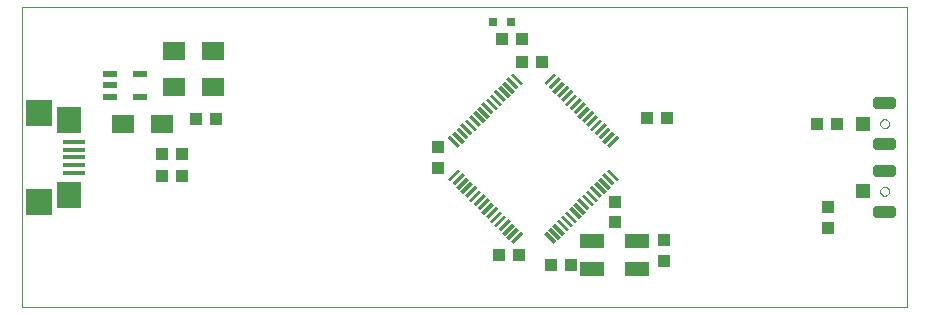
<source format=gtp>
G75*
%MOIN*%
%OFA0B0*%
%FSLAX24Y24*%
%IPPOS*%
%LPD*%
%AMOC8*
5,1,8,0,0,1.08239X$1,22.5*
%
%ADD10C,0.0000*%
%ADD11R,0.0748X0.0138*%
%ADD12R,0.0900X0.0900*%
%ADD13R,0.0787X0.0906*%
%ADD14R,0.0433X0.0394*%
%ADD15R,0.0748X0.0630*%
%ADD16R,0.0394X0.0433*%
%ADD17R,0.0472X0.0217*%
%ADD18C,0.0197*%
%ADD19R,0.0512X0.0472*%
%ADD20R,0.0787X0.0472*%
%ADD21R,0.0315X0.0315*%
%ADD22R,0.0472X0.0118*%
D10*
X001680Y001485D02*
X001680Y011485D01*
X031180Y011485D01*
X031180Y001485D01*
X001680Y001485D01*
X030280Y005360D02*
X030282Y005384D01*
X030288Y005408D01*
X030297Y005430D01*
X030310Y005450D01*
X030326Y005468D01*
X030345Y005483D01*
X030366Y005496D01*
X030388Y005504D01*
X030412Y005509D01*
X030436Y005510D01*
X030460Y005507D01*
X030483Y005500D01*
X030505Y005490D01*
X030525Y005476D01*
X030542Y005459D01*
X030557Y005440D01*
X030568Y005419D01*
X030576Y005396D01*
X030580Y005372D01*
X030580Y005348D01*
X030576Y005324D01*
X030568Y005301D01*
X030557Y005280D01*
X030542Y005261D01*
X030525Y005244D01*
X030505Y005230D01*
X030483Y005220D01*
X030460Y005213D01*
X030436Y005210D01*
X030412Y005211D01*
X030388Y005216D01*
X030366Y005224D01*
X030345Y005237D01*
X030326Y005252D01*
X030310Y005270D01*
X030297Y005290D01*
X030288Y005312D01*
X030282Y005336D01*
X030280Y005360D01*
X030280Y007610D02*
X030282Y007634D01*
X030288Y007658D01*
X030297Y007680D01*
X030310Y007700D01*
X030326Y007718D01*
X030345Y007733D01*
X030366Y007746D01*
X030388Y007754D01*
X030412Y007759D01*
X030436Y007760D01*
X030460Y007757D01*
X030483Y007750D01*
X030505Y007740D01*
X030525Y007726D01*
X030542Y007709D01*
X030557Y007690D01*
X030568Y007669D01*
X030576Y007646D01*
X030580Y007622D01*
X030580Y007598D01*
X030576Y007574D01*
X030568Y007551D01*
X030557Y007530D01*
X030542Y007511D01*
X030525Y007494D01*
X030505Y007480D01*
X030483Y007470D01*
X030460Y007463D01*
X030436Y007460D01*
X030412Y007461D01*
X030388Y007466D01*
X030366Y007474D01*
X030345Y007487D01*
X030326Y007502D01*
X030310Y007520D01*
X030297Y007540D01*
X030288Y007562D01*
X030282Y007586D01*
X030280Y007610D01*
D11*
X003397Y006997D03*
X003397Y006741D03*
X003397Y006485D03*
X003397Y006229D03*
X003397Y005973D03*
D12*
X002255Y005014D03*
X002255Y007957D03*
D13*
X003239Y007725D03*
X003239Y005245D03*
D14*
X006345Y005860D03*
X007015Y005860D03*
X007015Y006610D03*
X006345Y006610D03*
X007470Y007760D03*
X008140Y007760D03*
X017670Y010423D03*
X018340Y010423D03*
X018345Y009673D03*
X019015Y009673D03*
X022496Y007816D03*
X023165Y007816D03*
X028170Y007610D03*
X028840Y007610D03*
X019965Y002885D03*
X019295Y002885D03*
X018240Y003235D03*
X017570Y003235D03*
D15*
X006330Y007610D03*
X005030Y007610D03*
X006730Y008835D03*
X008030Y008835D03*
X008030Y010035D03*
X006730Y010035D03*
D16*
X015555Y006820D03*
X015555Y006151D03*
X021430Y004995D03*
X021430Y004326D03*
X023080Y003720D03*
X023080Y003051D03*
X028555Y004151D03*
X028555Y004820D03*
D17*
X005617Y008511D03*
X004593Y008511D03*
X004593Y008885D03*
X004593Y009259D03*
X005617Y009259D03*
D18*
X030154Y008398D02*
X030706Y008398D01*
X030706Y008200D01*
X030154Y008200D01*
X030154Y008398D01*
X030154Y008396D02*
X030706Y008396D01*
X030706Y007020D02*
X030154Y007020D01*
X030706Y007020D02*
X030706Y006822D01*
X030154Y006822D01*
X030154Y007020D01*
X030154Y007018D02*
X030706Y007018D01*
X030706Y006148D02*
X030154Y006148D01*
X030706Y006148D02*
X030706Y005950D01*
X030154Y005950D01*
X030154Y006148D01*
X030154Y006146D02*
X030706Y006146D01*
X030706Y004770D02*
X030154Y004770D01*
X030706Y004770D02*
X030706Y004572D01*
X030154Y004572D01*
X030154Y004770D01*
X030154Y004768D02*
X030706Y004768D01*
D19*
X029702Y005360D03*
X029702Y007610D03*
D20*
X022178Y003708D03*
X020682Y003708D03*
X020682Y002763D03*
X022178Y002763D03*
D21*
X017975Y010985D03*
X017385Y010985D03*
D22*
G36*
X018295Y008894D02*
X017962Y009227D01*
X018045Y009310D01*
X018378Y008977D01*
X018295Y008894D01*
G37*
G36*
X018156Y008755D02*
X017823Y009088D01*
X017906Y009171D01*
X018239Y008838D01*
X018156Y008755D01*
G37*
G36*
X018017Y008616D02*
X017684Y008949D01*
X017767Y009032D01*
X018100Y008699D01*
X018017Y008616D01*
G37*
G36*
X017878Y008477D02*
X017545Y008810D01*
X017628Y008893D01*
X017961Y008560D01*
X017878Y008477D01*
G37*
G36*
X017739Y008338D02*
X017406Y008671D01*
X017489Y008754D01*
X017822Y008421D01*
X017739Y008338D01*
G37*
G36*
X017599Y008198D02*
X017266Y008531D01*
X017349Y008614D01*
X017682Y008281D01*
X017599Y008198D01*
G37*
G36*
X017460Y008059D02*
X017127Y008392D01*
X017210Y008475D01*
X017543Y008142D01*
X017460Y008059D01*
G37*
G36*
X017321Y007920D02*
X016988Y008253D01*
X017071Y008336D01*
X017404Y008003D01*
X017321Y007920D01*
G37*
G36*
X017182Y007781D02*
X016849Y008114D01*
X016932Y008197D01*
X017265Y007864D01*
X017182Y007781D01*
G37*
G36*
X017043Y007642D02*
X016710Y007975D01*
X016793Y008058D01*
X017126Y007725D01*
X017043Y007642D01*
G37*
G36*
X016903Y007502D02*
X016570Y007835D01*
X016653Y007918D01*
X016986Y007585D01*
X016903Y007502D01*
G37*
G36*
X016764Y007363D02*
X016431Y007696D01*
X016514Y007779D01*
X016847Y007446D01*
X016764Y007363D01*
G37*
G36*
X016625Y007224D02*
X016292Y007557D01*
X016375Y007640D01*
X016708Y007307D01*
X016625Y007224D01*
G37*
G36*
X016486Y007085D02*
X016153Y007418D01*
X016236Y007501D01*
X016569Y007168D01*
X016486Y007085D01*
G37*
G36*
X016347Y006946D02*
X016014Y007279D01*
X016097Y007362D01*
X016430Y007029D01*
X016347Y006946D01*
G37*
G36*
X016207Y006806D02*
X015874Y007139D01*
X015957Y007222D01*
X016290Y006889D01*
X016207Y006806D01*
G37*
G36*
X016290Y006026D02*
X015957Y005693D01*
X015874Y005776D01*
X016207Y006109D01*
X016290Y006026D01*
G37*
G36*
X016430Y005887D02*
X016097Y005554D01*
X016014Y005637D01*
X016347Y005970D01*
X016430Y005887D01*
G37*
G36*
X016569Y005748D02*
X016236Y005415D01*
X016153Y005498D01*
X016486Y005831D01*
X016569Y005748D01*
G37*
G36*
X016708Y005608D02*
X016375Y005275D01*
X016292Y005358D01*
X016625Y005691D01*
X016708Y005608D01*
G37*
G36*
X016847Y005469D02*
X016514Y005136D01*
X016431Y005219D01*
X016764Y005552D01*
X016847Y005469D01*
G37*
G36*
X016986Y005330D02*
X016653Y004997D01*
X016570Y005080D01*
X016903Y005413D01*
X016986Y005330D01*
G37*
G36*
X017126Y005191D02*
X016793Y004858D01*
X016710Y004941D01*
X017043Y005274D01*
X017126Y005191D01*
G37*
G36*
X017265Y005052D02*
X016932Y004719D01*
X016849Y004802D01*
X017182Y005135D01*
X017265Y005052D01*
G37*
G36*
X017404Y004912D02*
X017071Y004579D01*
X016988Y004662D01*
X017321Y004995D01*
X017404Y004912D01*
G37*
G36*
X017543Y004773D02*
X017210Y004440D01*
X017127Y004523D01*
X017460Y004856D01*
X017543Y004773D01*
G37*
G36*
X017682Y004634D02*
X017349Y004301D01*
X017266Y004384D01*
X017599Y004717D01*
X017682Y004634D01*
G37*
G36*
X017822Y004495D02*
X017489Y004162D01*
X017406Y004245D01*
X017739Y004578D01*
X017822Y004495D01*
G37*
G36*
X017961Y004356D02*
X017628Y004023D01*
X017545Y004106D01*
X017878Y004439D01*
X017961Y004356D01*
G37*
G36*
X018100Y004216D02*
X017767Y003883D01*
X017684Y003966D01*
X018017Y004299D01*
X018100Y004216D01*
G37*
G36*
X018239Y004077D02*
X017906Y003744D01*
X017823Y003827D01*
X018156Y004160D01*
X018239Y004077D01*
G37*
G36*
X018378Y003938D02*
X018045Y003605D01*
X017962Y003688D01*
X018295Y004021D01*
X018378Y003938D01*
G37*
G36*
X019159Y004021D02*
X019492Y003688D01*
X019409Y003605D01*
X019076Y003938D01*
X019159Y004021D01*
G37*
G36*
X019298Y004160D02*
X019631Y003827D01*
X019548Y003744D01*
X019215Y004077D01*
X019298Y004160D01*
G37*
G36*
X019437Y004299D02*
X019770Y003966D01*
X019687Y003883D01*
X019354Y004216D01*
X019437Y004299D01*
G37*
G36*
X019577Y004439D02*
X019910Y004106D01*
X019827Y004023D01*
X019494Y004356D01*
X019577Y004439D01*
G37*
G36*
X019716Y004578D02*
X020049Y004245D01*
X019966Y004162D01*
X019633Y004495D01*
X019716Y004578D01*
G37*
G36*
X019855Y004717D02*
X020188Y004384D01*
X020105Y004301D01*
X019772Y004634D01*
X019855Y004717D01*
G37*
G36*
X019994Y004856D02*
X020327Y004523D01*
X020244Y004440D01*
X019911Y004773D01*
X019994Y004856D01*
G37*
G36*
X020133Y004995D02*
X020466Y004662D01*
X020383Y004579D01*
X020050Y004912D01*
X020133Y004995D01*
G37*
G36*
X020272Y005135D02*
X020605Y004802D01*
X020522Y004719D01*
X020189Y005052D01*
X020272Y005135D01*
G37*
G36*
X020412Y005274D02*
X020745Y004941D01*
X020662Y004858D01*
X020329Y005191D01*
X020412Y005274D01*
G37*
G36*
X020551Y005413D02*
X020884Y005080D01*
X020801Y004997D01*
X020468Y005330D01*
X020551Y005413D01*
G37*
G36*
X020690Y005552D02*
X021023Y005219D01*
X020940Y005136D01*
X020607Y005469D01*
X020690Y005552D01*
G37*
G36*
X020829Y005691D02*
X021162Y005358D01*
X021079Y005275D01*
X020746Y005608D01*
X020829Y005691D01*
G37*
G36*
X020968Y005831D02*
X021301Y005498D01*
X021218Y005415D01*
X020885Y005748D01*
X020968Y005831D01*
G37*
G36*
X021108Y005970D02*
X021441Y005637D01*
X021358Y005554D01*
X021025Y005887D01*
X021108Y005970D01*
G37*
G36*
X021247Y006109D02*
X021580Y005776D01*
X021497Y005693D01*
X021164Y006026D01*
X021247Y006109D01*
G37*
G36*
X021164Y006889D02*
X021497Y007222D01*
X021580Y007139D01*
X021247Y006806D01*
X021164Y006889D01*
G37*
G36*
X021025Y007029D02*
X021358Y007362D01*
X021441Y007279D01*
X021108Y006946D01*
X021025Y007029D01*
G37*
G36*
X020885Y007168D02*
X021218Y007501D01*
X021301Y007418D01*
X020968Y007085D01*
X020885Y007168D01*
G37*
G36*
X020746Y007307D02*
X021079Y007640D01*
X021162Y007557D01*
X020829Y007224D01*
X020746Y007307D01*
G37*
G36*
X020607Y007446D02*
X020940Y007779D01*
X021023Y007696D01*
X020690Y007363D01*
X020607Y007446D01*
G37*
G36*
X020468Y007585D02*
X020801Y007918D01*
X020884Y007835D01*
X020551Y007502D01*
X020468Y007585D01*
G37*
G36*
X020329Y007725D02*
X020662Y008058D01*
X020745Y007975D01*
X020412Y007642D01*
X020329Y007725D01*
G37*
G36*
X020189Y007864D02*
X020522Y008197D01*
X020605Y008114D01*
X020272Y007781D01*
X020189Y007864D01*
G37*
G36*
X020050Y008003D02*
X020383Y008336D01*
X020466Y008253D01*
X020133Y007920D01*
X020050Y008003D01*
G37*
G36*
X019911Y008142D02*
X020244Y008475D01*
X020327Y008392D01*
X019994Y008059D01*
X019911Y008142D01*
G37*
G36*
X019772Y008281D02*
X020105Y008614D01*
X020188Y008531D01*
X019855Y008198D01*
X019772Y008281D01*
G37*
G36*
X019633Y008421D02*
X019966Y008754D01*
X020049Y008671D01*
X019716Y008338D01*
X019633Y008421D01*
G37*
G36*
X019494Y008560D02*
X019827Y008893D01*
X019910Y008810D01*
X019577Y008477D01*
X019494Y008560D01*
G37*
G36*
X019354Y008699D02*
X019687Y009032D01*
X019770Y008949D01*
X019437Y008616D01*
X019354Y008699D01*
G37*
G36*
X019215Y008838D02*
X019548Y009171D01*
X019631Y009088D01*
X019298Y008755D01*
X019215Y008838D01*
G37*
G36*
X019076Y008977D02*
X019409Y009310D01*
X019492Y009227D01*
X019159Y008894D01*
X019076Y008977D01*
G37*
M02*

</source>
